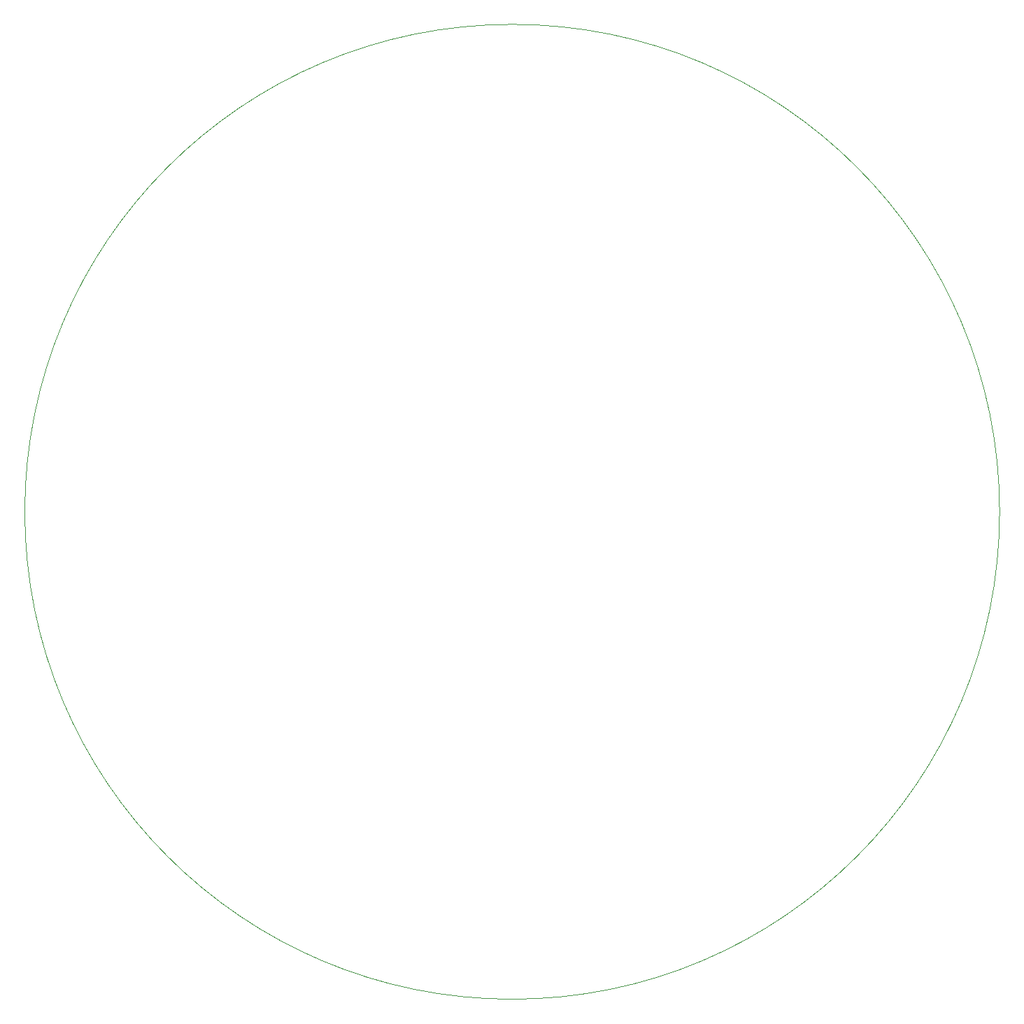
<source format=gbr>
%TF.GenerationSoftware,KiCad,Pcbnew,(6.0.5)*%
%TF.CreationDate,2022-07-22T15:05:17-04:00*%
%TF.ProjectId,circle_clock_design,63697263-6c65-45f6-936c-6f636b5f6465,rev?*%
%TF.SameCoordinates,PX56cacc8PY97b5f08*%
%TF.FileFunction,Profile,NP*%
%FSLAX46Y46*%
G04 Gerber Fmt 4.6, Leading zero omitted, Abs format (unit mm)*
G04 Created by KiCad (PCBNEW (6.0.5)) date 2022-07-22 15:05:17*
%MOMM*%
%LPD*%
G01*
G04 APERTURE LIST*
%TA.AperFunction,Profile*%
%ADD10C,0.100000*%
%TD*%
G04 APERTURE END LIST*
D10*
X117991800Y59080200D02*
G75*
G03*
X117991800Y59080200I-59000000J0D01*
G01*
M02*

</source>
